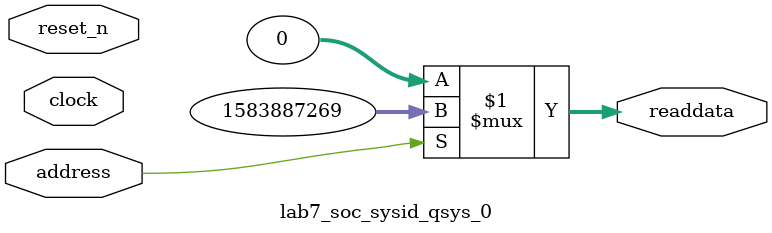
<source format=v>



// synthesis translate_off
`timescale 1ns / 1ps
// synthesis translate_on

// turn off superfluous verilog processor warnings 
// altera message_level Level1 
// altera message_off 10034 10035 10036 10037 10230 10240 10030 

module lab7_soc_sysid_qsys_0 (
               // inputs:
                address,
                clock,
                reset_n,

               // outputs:
                readdata
             )
;

  output  [ 31: 0] readdata;
  input            address;
  input            clock;
  input            reset_n;

  wire    [ 31: 0] readdata;
  //control_slave, which is an e_avalon_slave
  assign readdata = address ? 1583887269 : 0;

endmodule



</source>
